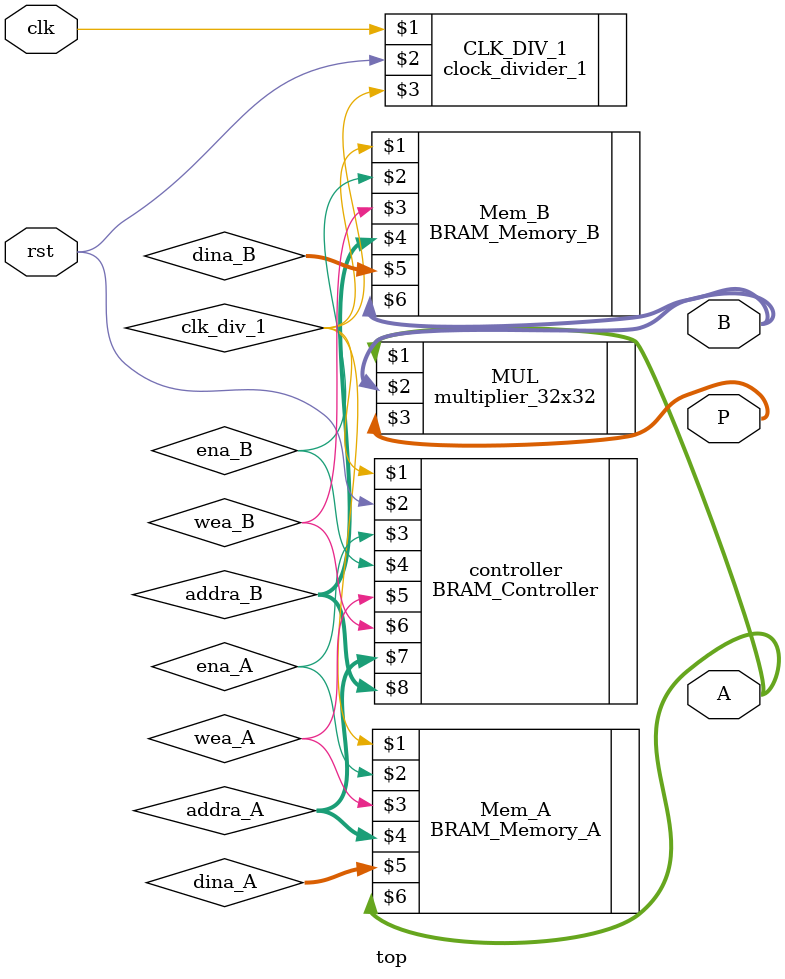
<source format=v>
`timescale 1ns / 1ps


module top(
    input clk,
    input rst,
    output [31:0] A,
    output [31:0] B,
    output [63:0] P
    );
    
    // Define intermediate wires
    wire clk_div_1;
    wire ena_A, ena_B;
    wire wea_A, wea_B;
    wire [4:0] addra_A, addra_B;
    wire [31:0] dina_A, dina_B;
    wire [31:0] A, B;
    
    // Instantiate the clock divider
    clock_divider_1 CLK_DIV_1(
        clk,
        rst,
        clk_div_1
    );
    
    // Instantiate the BRAM controller
    BRAM_Controller controller(
        clk_div_1,
        rst,
        ena_A,
        ena_B,
        wea_A,
        wea_B,
        addra_A,
        addra_B    
    );
    
    // Instantiate the BRAM Memory-A
    BRAM_Memory_A Mem_A(
        clk_div_1,
        ena_A,
        wea_A,
        addra_A,
        dina_A,
        A
    );
    
    // Instantiate the BRAM Memory-B
    BRAM_Memory_B Mem_B(
        clk_div_1,
        ena_B,
        wea_B,
        addra_B,
        dina_B,
        B
    );
    
    // Instantiate the Multiplier
    multiplier_32x32 MUL(
        A,
        B,
        P
    );
    
endmodule

</source>
